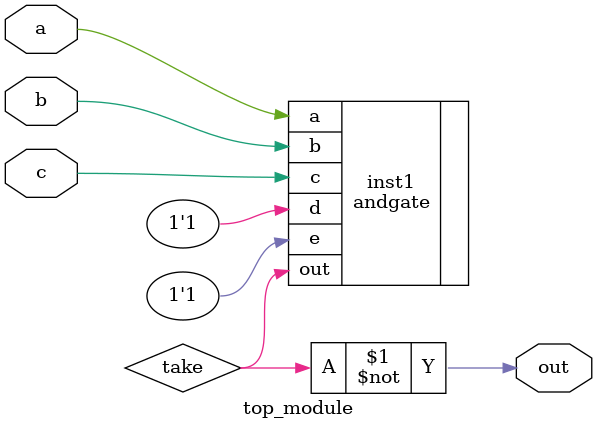
<source format=v>
module top_module (input a, input b, input c, output out);//

    wire take;
    andgate inst1 (.a(a), .b(b), .c(c), .d(1'b1), .e(1'b1), .out(take));
    assign out = ~take;
    
endmodule

</source>
